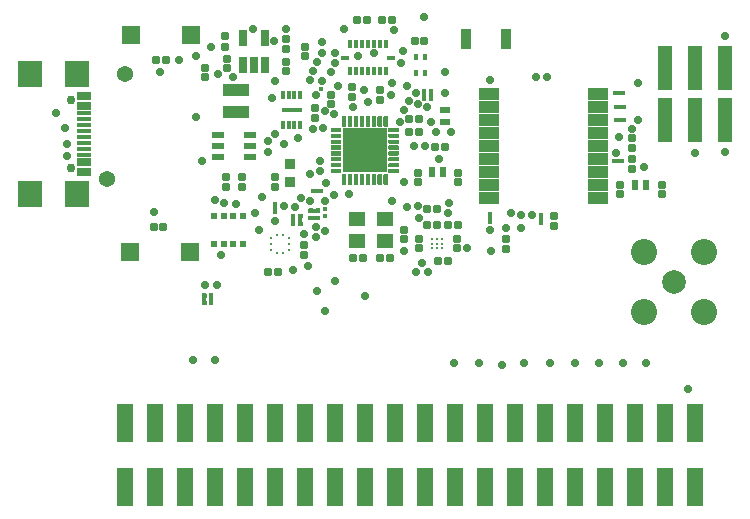
<source format=gts>
%FSTAX23Y23*%
%MOIN*%
%SFA1B1*%

%IPPOS*%
%AMD53*
4,1,8,0.006200,0.012600,-0.006200,0.012600,-0.013800,0.005000,-0.013800,-0.005000,-0.006200,-0.012600,0.006200,-0.012600,0.013800,-0.005000,0.013800,0.005000,0.006200,0.012600,0.0*
1,1,0.015268,0.006200,0.005000*
1,1,0.015268,-0.006200,0.005000*
1,1,0.015268,-0.006200,-0.005000*
1,1,0.015268,0.006200,-0.005000*
%
%AMD54*
4,1,8,-0.012600,0.006200,-0.012600,-0.006200,-0.005000,-0.013800,0.005000,-0.013800,0.012600,-0.006200,0.012600,0.006200,0.005000,0.013800,-0.005000,0.013800,-0.012600,0.006200,0.0*
1,1,0.015268,-0.005000,0.006200*
1,1,0.015268,-0.005000,-0.006200*
1,1,0.015268,0.005000,-0.006200*
1,1,0.015268,0.005000,0.006200*
%
%ADD23C,0.009000*%
%ADD28R,0.050000X0.145000*%
%ADD32R,0.038500X0.022000*%
%ADD34R,0.011000X0.010000*%
%ADD35R,0.010000X0.011000*%
%ADD49R,0.015528X0.039319*%
%ADD50R,0.039319X0.015528*%
%ADD51R,0.066992X0.039433*%
%ADD52R,0.024079X0.032740*%
G04~CAMADD=53~8~0.0~0.0~276.2~252.6~76.3~0.0~15~0.0~0.0~0.0~0.0~0~0.0~0.0~0.0~0.0~0~0.0~0.0~0.0~0.0~276.2~252.6*
%ADD53D53*%
G04~CAMADD=54~8~0.0~0.0~276.2~252.6~76.3~0.0~15~0.0~0.0~0.0~0.0~0~0.0~0.0~0.0~0.0~0~0.0~0.0~0.0~90.0~252.0~276.0*
%ADD54D54*%
%ADD55R,0.014000X0.014000*%
%ADD56C,0.017000*%
%ADD57R,0.014000X0.014000*%
%ADD58R,0.054000X0.129197*%
%ADD59R,0.035496X0.066992*%
%ADD60R,0.035496X0.035496*%
%ADD61R,0.055181X0.047307*%
%ADD62R,0.032740X0.024079*%
%ADD63R,0.015811X0.023685*%
%ADD64R,0.027228X0.017779*%
%ADD65R,0.017779X0.027228*%
%ADD66R,0.064000X0.064000*%
%ADD67R,0.015811X0.027622*%
%ADD68R,0.070929X0.015811*%
%ADD69R,0.019748X0.019748*%
%ADD70R,0.090614X0.043370*%
%ADD71R,0.049275X0.027622*%
%ADD72R,0.049275X0.015811*%
%ADD73R,0.082740X0.089827*%
%ADD74R,0.149606X0.149606*%
%ADD75R,0.027622X0.055968*%
%ADD76C,0.079000*%
%ADD77C,0.087000*%
%ADD78C,0.029590*%
%ADD79C,0.029000*%
%ADD80C,0.028000*%
%ADD81C,0.054000*%
%LNesp32c3phils-1*%
%LPD*%
G36*
X03533Y03763D02*
X03533Y03763D01*
X03533Y03763*
X03533Y03763*
X03532Y03764*
X03532Y03764*
X03532Y03764*
X03532Y03764*
X03532Y03764*
X03532Y03764*
X03532Y03764*
X03531Y03764*
X03531Y03764*
X03531Y03764*
X03531Y03765*
X03531Y03765*
X03531Y03765*
X03531Y03765*
X03531Y03765*
X03531Y03765*
X03531Y03765*
X0353Y03766*
X0353Y03766*
X0353Y03766*
X0353Y03766*
X0353Y03766*
Y03766*
Y03767*
Y03775*
Y03775*
Y03775*
X0353Y03775*
X0353Y03775*
X0353Y03775*
X0353Y03776*
X03531Y03776*
X03531Y03776*
X03531Y03776*
X03531Y03776*
X03531Y03776*
X03531Y03777*
X03531Y03777*
X03531Y03777*
X03531Y03777*
X03531Y03777*
X03532Y03777*
X03532Y03777*
X03532Y03777*
X03532Y03777*
X03532Y03778*
X03532Y03778*
X03532Y03778*
X03533Y03778*
X03533Y03778*
X03533Y03778*
X03533Y03778*
X03533Y03778*
X03563*
X03563Y03778*
X03564Y03778*
X03564Y03778*
X03564Y03778*
X03564Y03778*
X03564Y03778*
X03564Y03778*
X03565Y03777*
X03565Y03777*
X03565Y03777*
X03565Y03777*
X03565Y03777*
X03565Y03777*
X03565Y03777*
X03565Y03777*
X03566Y03777*
X03566Y03776*
X03566Y03776*
X03566Y03776*
X03566Y03776*
X03566Y03776*
X03566Y03776*
X03566Y03775*
X03566Y03775*
X03566Y03775*
X03566Y03775*
Y03775*
Y03775*
Y03767*
Y03766*
Y03766*
X03566Y03766*
X03566Y03766*
X03566Y03766*
X03566Y03766*
X03566Y03765*
X03566Y03765*
X03566Y03765*
X03566Y03765*
X03566Y03765*
X03566Y03765*
X03565Y03765*
X03565Y03764*
X03565Y03764*
X03565Y03764*
X03565Y03764*
X03565Y03764*
X03565Y03764*
X03565Y03764*
X03564Y03764*
X03564Y03764*
X03564Y03764*
X03564Y03763*
X03564Y03763*
X03564Y03763*
X03563Y03763*
X03563Y03763*
X03533*
X03533Y03763*
G37*
G36*
Y03783D02*
X03533Y03783D01*
X03533Y03783*
X03533Y03783*
X03532Y03783*
X03532Y03783*
X03532Y03783*
X03532Y03783*
X03532Y03784*
X03532Y03784*
X03532Y03784*
X03531Y03784*
X03531Y03784*
X03531Y03784*
X03531Y03784*
X03531Y03784*
X03531Y03785*
X03531Y03785*
X03531Y03785*
X03531Y03785*
X03531Y03785*
X0353Y03785*
X0353Y03785*
X0353Y03786*
X0353Y03786*
X0353Y03786*
Y03786*
Y03786*
Y03794*
Y03794*
Y03795*
X0353Y03795*
X0353Y03795*
X0353Y03795*
X0353Y03795*
X03531Y03795*
X03531Y03796*
X03531Y03796*
X03531Y03796*
X03531Y03796*
X03531Y03796*
X03531Y03796*
X03531Y03796*
X03531Y03797*
X03531Y03797*
X03532Y03797*
X03532Y03797*
X03532Y03797*
X03532Y03797*
X03532Y03797*
X03532Y03797*
X03532Y03797*
X03533Y03797*
X03533Y03797*
X03533Y03797*
X03533Y03798*
X03533Y03798*
X03563*
X03563Y03798*
X03564Y03797*
X03564Y03797*
X03564Y03797*
X03564Y03797*
X03564Y03797*
X03564Y03797*
X03565Y03797*
X03565Y03797*
X03565Y03797*
X03565Y03797*
X03565Y03797*
X03565Y03797*
X03565Y03796*
X03565Y03796*
X03566Y03796*
X03566Y03796*
X03566Y03796*
X03566Y03796*
X03566Y03796*
X03566Y03795*
X03566Y03795*
X03566Y03795*
X03566Y03795*
X03566Y03795*
X03566Y03795*
Y03794*
Y03794*
Y03786*
Y03786*
Y03786*
X03566Y03786*
X03566Y03786*
X03566Y03785*
X03566Y03785*
X03566Y03785*
X03566Y03785*
X03566Y03785*
X03566Y03785*
X03566Y03785*
X03566Y03784*
X03565Y03784*
X03565Y03784*
X03565Y03784*
X03565Y03784*
X03565Y03784*
X03565Y03784*
X03565Y03784*
X03565Y03783*
X03564Y03783*
X03564Y03783*
X03564Y03783*
X03564Y03783*
X03564Y03783*
X03564Y03783*
X03563Y03783*
X03563Y03783*
X03533*
X03533Y03783*
G37*
G36*
Y03822D02*
X03533Y03822D01*
X03533Y03822*
X03533Y03823*
X03532Y03823*
X03532Y03823*
X03532Y03823*
X03532Y03823*
X03532Y03823*
X03532Y03823*
X03532Y03823*
X03531Y03823*
X03531Y03823*
X03531Y03823*
X03531Y03824*
X03531Y03824*
X03531Y03824*
X03531Y03824*
X03531Y03824*
X03531Y03824*
X03531Y03825*
X0353Y03825*
X0353Y03825*
X0353Y03825*
X0353Y03825*
X0353Y03825*
Y03826*
Y03826*
Y03834*
Y03834*
Y03834*
X0353Y03834*
X0353Y03834*
X0353Y03835*
X0353Y03835*
X03531Y03835*
X03531Y03835*
X03531Y03835*
X03531Y03835*
X03531Y03835*
X03531Y03836*
X03531Y03836*
X03531Y03836*
X03531Y03836*
X03531Y03836*
X03532Y03836*
X03532Y03836*
X03532Y03836*
X03532Y03837*
X03532Y03837*
X03532Y03837*
X03532Y03837*
X03533Y03837*
X03533Y03837*
X03533Y03837*
X03533Y03837*
X03533Y03837*
X03563*
X03563Y03837*
X03564Y03837*
X03564Y03837*
X03564Y03837*
X03564Y03837*
X03564Y03837*
X03564Y03837*
X03565Y03837*
X03565Y03836*
X03565Y03836*
X03565Y03836*
X03565Y03836*
X03565Y03836*
X03565Y03836*
X03565Y03836*
X03566Y03836*
X03566Y03835*
X03566Y03835*
X03566Y03835*
X03566Y03835*
X03566Y03835*
X03566Y03835*
X03566Y03835*
X03566Y03834*
X03566Y03834*
X03566Y03834*
Y03834*
Y03834*
Y03826*
Y03826*
Y03825*
X03566Y03825*
X03566Y03825*
X03566Y03825*
X03566Y03825*
X03566Y03825*
X03566Y03824*
X03566Y03824*
X03566Y03824*
X03566Y03824*
X03566Y03824*
X03565Y03824*
X03565Y03823*
X03565Y03823*
X03565Y03823*
X03565Y03823*
X03565Y03823*
X03565Y03823*
X03565Y03823*
X03564Y03823*
X03564Y03823*
X03564Y03823*
X03564Y03823*
X03564Y03822*
X03564Y03822*
X03563Y03822*
X03563Y03822*
X03533*
X03533Y03822*
G37*
G36*
Y03803D02*
X03533Y03803D01*
X03533Y03803*
X03533Y03803*
X03532Y03803*
X03532Y03803*
X03532Y03803*
X03532Y03803*
X03532Y03803*
X03532Y03803*
X03532Y03803*
X03531Y03804*
X03531Y03804*
X03531Y03804*
X03531Y03804*
X03531Y03804*
X03531Y03804*
X03531Y03804*
X03531Y03805*
X03531Y03805*
X03531Y03805*
X0353Y03805*
X0353Y03805*
X0353Y03805*
X0353Y03805*
X0353Y03806*
Y03806*
Y03806*
Y03814*
Y03814*
Y03814*
X0353Y03814*
X0353Y03815*
X0353Y03815*
X0353Y03815*
X03531Y03815*
X03531Y03815*
X03531Y03815*
X03531Y03816*
X03531Y03816*
X03531Y03816*
X03531Y03816*
X03531Y03816*
X03531Y03816*
X03531Y03816*
X03532Y03817*
X03532Y03817*
X03532Y03817*
X03532Y03817*
X03532Y03817*
X03532Y03817*
X03532Y03817*
X03533Y03817*
X03533Y03817*
X03533Y03817*
X03533Y03817*
X03533Y03817*
X03563*
X03563Y03817*
X03564Y03817*
X03564Y03817*
X03564Y03817*
X03564Y03817*
X03564Y03817*
X03564Y03817*
X03565Y03817*
X03565Y03817*
X03565Y03817*
X03565Y03817*
X03565Y03816*
X03565Y03816*
X03565Y03816*
X03565Y03816*
X03566Y03816*
X03566Y03816*
X03566Y03816*
X03566Y03815*
X03566Y03815*
X03566Y03815*
X03566Y03815*
X03566Y03815*
X03566Y03815*
X03566Y03814*
X03566Y03814*
Y03814*
Y03814*
Y03806*
Y03806*
Y03806*
X03566Y03805*
X03566Y03805*
X03566Y03805*
X03566Y03805*
X03566Y03805*
X03566Y03805*
X03566Y03805*
X03566Y03804*
X03566Y03804*
X03566Y03804*
X03565Y03804*
X03565Y03804*
X03565Y03804*
X03565Y03804*
X03565Y03803*
X03565Y03803*
X03565Y03803*
X03565Y03803*
X03564Y03803*
X03564Y03803*
X03564Y03803*
X03564Y03803*
X03564Y03803*
X03564Y03803*
X03563Y03803*
X03563Y03803*
X03533*
X03533Y03803*
G37*
G36*
X03571Y03725D02*
X03571Y03725D01*
X03571Y03725*
X03571Y03725*
X0357Y03726*
X0357Y03726*
X0357Y03726*
X0357Y03726*
X0357Y03726*
X0357Y03726*
X0357Y03726*
X03569Y03726*
X03569Y03726*
X03569Y03726*
X03569Y03727*
X03569Y03727*
X03569Y03727*
X03569Y03727*
X03569Y03727*
X03569Y03727*
X03569Y03727*
X03568Y03728*
X03568Y03728*
X03568Y03728*
X03568Y03728*
X03568Y03728*
Y03728*
Y03729*
Y03758*
Y03758*
Y03758*
X03568Y03758*
X03568Y03759*
X03568Y03759*
X03568Y03759*
X03569Y03759*
X03569Y03759*
X03569Y03759*
X03569Y0376*
X03569Y0376*
X03569Y0376*
X03569Y0376*
X03569Y0376*
X03569Y0376*
X03569Y0376*
X0357Y0376*
X0357Y03761*
X0357Y03761*
X0357Y03761*
X0357Y03761*
X0357Y03761*
X0357Y03761*
X03571Y03761*
X03571Y03761*
X03571Y03761*
X03571Y03761*
X03571Y03761*
X0358*
X0358Y03761*
X0358Y03761*
X0358Y03761*
X03581Y03761*
X03581Y03761*
X03581Y03761*
X03581Y03761*
X03581Y03761*
X03581Y03761*
X03582Y03761*
X03582Y0376*
X03582Y0376*
X03582Y0376*
X03582Y0376*
X03582Y0376*
X03582Y0376*
X03582Y0376*
X03582Y0376*
X03583Y03759*
X03583Y03759*
X03583Y03759*
X03583Y03759*
X03583Y03759*
X03583Y03759*
X03583Y03758*
X03583Y03758*
Y03758*
Y03758*
Y03729*
Y03728*
Y03728*
X03583Y03728*
X03583Y03728*
X03583Y03728*
X03583Y03728*
X03583Y03727*
X03583Y03727*
X03583Y03727*
X03582Y03727*
X03582Y03727*
X03582Y03727*
X03582Y03727*
X03582Y03726*
X03582Y03726*
X03582Y03726*
X03582Y03726*
X03582Y03726*
X03581Y03726*
X03581Y03726*
X03581Y03726*
X03581Y03726*
X03581Y03726*
X03581Y03725*
X0358Y03725*
X0358Y03725*
X0358Y03725*
X0358Y03725*
X03571*
X03571Y03725*
G37*
G36*
X03591D02*
X03591Y03725D01*
X0359Y03725*
X0359Y03725*
X0359Y03726*
X0359Y03726*
X0359Y03726*
X0359Y03726*
X0359Y03726*
X03589Y03726*
X03589Y03726*
X03589Y03726*
X03589Y03726*
X03589Y03726*
X03589Y03727*
X03589Y03727*
X03589Y03727*
X03588Y03727*
X03588Y03727*
X03588Y03727*
X03588Y03727*
X03588Y03728*
X03588Y03728*
X03588Y03728*
X03588Y03728*
X03588Y03728*
Y03728*
Y03729*
Y03758*
Y03758*
Y03758*
X03588Y03758*
X03588Y03759*
X03588Y03759*
X03588Y03759*
X03588Y03759*
X03588Y03759*
X03588Y03759*
X03588Y0376*
X03589Y0376*
X03589Y0376*
X03589Y0376*
X03589Y0376*
X03589Y0376*
X03589Y0376*
X03589Y0376*
X03589Y03761*
X0359Y03761*
X0359Y03761*
X0359Y03761*
X0359Y03761*
X0359Y03761*
X0359Y03761*
X0359Y03761*
X03591Y03761*
X03591Y03761*
X03591Y03761*
X036*
X036Y03761*
X036Y03761*
X036Y03761*
X036Y03761*
X036Y03761*
X03601Y03761*
X03601Y03761*
X03601Y03761*
X03601Y03761*
X03601Y03761*
X03601Y0376*
X03601Y0376*
X03602Y0376*
X03602Y0376*
X03602Y0376*
X03602Y0376*
X03602Y0376*
X03602Y0376*
X03602Y03759*
X03602Y03759*
X03602Y03759*
X03602Y03759*
X03602Y03759*
X03602Y03759*
X03603Y03758*
X03603Y03758*
Y03758*
Y03758*
Y03729*
Y03728*
Y03728*
X03603Y03728*
X03602Y03728*
X03602Y03728*
X03602Y03728*
X03602Y03727*
X03602Y03727*
X03602Y03727*
X03602Y03727*
X03602Y03727*
X03602Y03727*
X03602Y03727*
X03602Y03726*
X03602Y03726*
X03601Y03726*
X03601Y03726*
X03601Y03726*
X03601Y03726*
X03601Y03726*
X03601Y03726*
X03601Y03726*
X036Y03726*
X036Y03725*
X036Y03725*
X036Y03725*
X036Y03725*
X036Y03725*
X03591*
X03591Y03725*
G37*
G36*
X0363D02*
X0363Y03725D01*
X0363Y03725*
X0363Y03725*
X0363Y03726*
X03629Y03726*
X03629Y03726*
X03629Y03726*
X03629Y03726*
X03629Y03726*
X03629Y03726*
X03628Y03726*
X03628Y03726*
X03628Y03726*
X03628Y03727*
X03628Y03727*
X03628Y03727*
X03628Y03727*
X03628Y03727*
X03628Y03727*
X03628Y03727*
X03628Y03728*
X03627Y03728*
X03627Y03728*
X03627Y03728*
X03627Y03728*
Y03728*
Y03729*
Y03758*
Y03758*
Y03758*
X03627Y03758*
X03627Y03759*
X03627Y03759*
X03628Y03759*
X03628Y03759*
X03628Y03759*
X03628Y03759*
X03628Y0376*
X03628Y0376*
X03628Y0376*
X03628Y0376*
X03628Y0376*
X03628Y0376*
X03628Y0376*
X03629Y0376*
X03629Y03761*
X03629Y03761*
X03629Y03761*
X03629Y03761*
X03629Y03761*
X0363Y03761*
X0363Y03761*
X0363Y03761*
X0363Y03761*
X0363Y03761*
X0363Y03761*
X03639*
X03639Y03761*
X03639Y03761*
X0364Y03761*
X0364Y03761*
X0364Y03761*
X0364Y03761*
X0364Y03761*
X0364Y03761*
X0364Y03761*
X03641Y03761*
X03641Y0376*
X03641Y0376*
X03641Y0376*
X03641Y0376*
X03641Y0376*
X03641Y0376*
X03641Y0376*
X03642Y0376*
X03642Y03759*
X03642Y03759*
X03642Y03759*
X03642Y03759*
X03642Y03759*
X03642Y03759*
X03642Y03758*
X03642Y03758*
Y03758*
Y03758*
Y03729*
Y03728*
Y03728*
X03642Y03728*
X03642Y03728*
X03642Y03728*
X03642Y03728*
X03642Y03727*
X03642Y03727*
X03642Y03727*
X03642Y03727*
X03641Y03727*
X03641Y03727*
X03641Y03727*
X03641Y03726*
X03641Y03726*
X03641Y03726*
X03641Y03726*
X03641Y03726*
X0364Y03726*
X0364Y03726*
X0364Y03726*
X0364Y03726*
X0364Y03726*
X0364Y03725*
X0364Y03725*
X03639Y03725*
X03639Y03725*
X03639Y03725*
X0363*
X0363Y03725*
G37*
G36*
X0361D02*
X0361Y03725D01*
X0361Y03725*
X0361Y03725*
X0361Y03726*
X0361Y03726*
X0361Y03726*
X03609Y03726*
X03609Y03726*
X03609Y03726*
X03609Y03726*
X03609Y03726*
X03609Y03726*
X03609Y03726*
X03608Y03727*
X03608Y03727*
X03608Y03727*
X03608Y03727*
X03608Y03727*
X03608Y03727*
X03608Y03727*
X03608Y03728*
X03608Y03728*
X03608Y03728*
X03608Y03728*
X03608Y03728*
Y03728*
Y03729*
Y03758*
Y03758*
Y03758*
X03608Y03758*
X03608Y03759*
X03608Y03759*
X03608Y03759*
X03608Y03759*
X03608Y03759*
X03608Y03759*
X03608Y0376*
X03608Y0376*
X03608Y0376*
X03608Y0376*
X03609Y0376*
X03609Y0376*
X03609Y0376*
X03609Y0376*
X03609Y03761*
X03609Y03761*
X03609Y03761*
X0361Y03761*
X0361Y03761*
X0361Y03761*
X0361Y03761*
X0361Y03761*
X0361Y03761*
X0361Y03761*
X03611Y03761*
X03619*
X03619Y03761*
X0362Y03761*
X0362Y03761*
X0362Y03761*
X0362Y03761*
X0362Y03761*
X0362Y03761*
X03621Y03761*
X03621Y03761*
X03621Y03761*
X03621Y0376*
X03621Y0376*
X03621Y0376*
X03621Y0376*
X03622Y0376*
X03622Y0376*
X03622Y0376*
X03622Y0376*
X03622Y03759*
X03622Y03759*
X03622Y03759*
X03622Y03759*
X03622Y03759*
X03622Y03759*
X03622Y03758*
X03622Y03758*
Y03758*
Y03758*
Y03729*
Y03728*
Y03728*
X03622Y03728*
X03622Y03728*
X03622Y03728*
X03622Y03728*
X03622Y03727*
X03622Y03727*
X03622Y03727*
X03622Y03727*
X03622Y03727*
X03622Y03727*
X03622Y03727*
X03621Y03726*
X03621Y03726*
X03621Y03726*
X03621Y03726*
X03621Y03726*
X03621Y03726*
X03621Y03726*
X0362Y03726*
X0362Y03726*
X0362Y03726*
X0362Y03725*
X0362Y03725*
X0362Y03725*
X03619Y03725*
X03619Y03725*
X03611*
X0361Y03725*
G37*
G36*
X03533Y03842D02*
X03533Y03842D01*
X03533Y03842*
X03533Y03842*
X03532Y03842*
X03532Y03842*
X03532Y03842*
X03532Y03842*
X03532Y03843*
X03532Y03843*
X03532Y03843*
X03531Y03843*
X03531Y03843*
X03531Y03843*
X03531Y03843*
X03531Y03843*
X03531Y03844*
X03531Y03844*
X03531Y03844*
X03531Y03844*
X03531Y03844*
X0353Y03844*
X0353Y03845*
X0353Y03845*
X0353Y03845*
X0353Y03845*
Y03845*
Y03845*
Y03853*
Y03853*
Y03854*
X0353Y03854*
X0353Y03854*
X0353Y03854*
X0353Y03854*
X03531Y03855*
X03531Y03855*
X03531Y03855*
X03531Y03855*
X03531Y03855*
X03531Y03855*
X03531Y03855*
X03531Y03856*
X03531Y03856*
X03531Y03856*
X03532Y03856*
X03532Y03856*
X03532Y03856*
X03532Y03856*
X03532Y03856*
X03532Y03856*
X03532Y03856*
X03533Y03856*
X03533Y03857*
X03533Y03857*
X03533Y03857*
X03533Y03857*
X03563*
X03563Y03857*
X03564Y03857*
X03564Y03857*
X03564Y03856*
X03564Y03856*
X03564Y03856*
X03564Y03856*
X03565Y03856*
X03565Y03856*
X03565Y03856*
X03565Y03856*
X03565Y03856*
X03565Y03856*
X03565Y03856*
X03565Y03855*
X03566Y03855*
X03566Y03855*
X03566Y03855*
X03566Y03855*
X03566Y03855*
X03566Y03855*
X03566Y03854*
X03566Y03854*
X03566Y03854*
X03566Y03854*
X03566Y03854*
Y03853*
Y03853*
Y03845*
Y03845*
Y03845*
X03566Y03845*
X03566Y03845*
X03566Y03845*
X03566Y03844*
X03566Y03844*
X03566Y03844*
X03566Y03844*
X03566Y03844*
X03566Y03844*
X03566Y03843*
X03565Y03843*
X03565Y03843*
X03565Y03843*
X03565Y03843*
X03565Y03843*
X03565Y03843*
X03565Y03843*
X03565Y03842*
X03564Y03842*
X03564Y03842*
X03564Y03842*
X03564Y03842*
X03564Y03842*
X03564Y03842*
X03563Y03842*
X03563Y03842*
X03533*
X03533Y03842*
G37*
G36*
Y03862D02*
X03533Y03862D01*
X03533Y03862*
X03533Y03862*
X03532Y03862*
X03532Y03862*
X03532Y03862*
X03532Y03862*
X03532Y03862*
X03532Y03862*
X03532Y03862*
X03531Y03863*
X03531Y03863*
X03531Y03863*
X03531Y03863*
X03531Y03863*
X03531Y03863*
X03531Y03863*
X03531Y03864*
X03531Y03864*
X03531Y03864*
X0353Y03864*
X0353Y03864*
X0353Y03864*
X0353Y03865*
X0353Y03865*
Y03865*
Y03865*
Y03873*
Y03873*
Y03873*
X0353Y03874*
X0353Y03874*
X0353Y03874*
X0353Y03874*
X03531Y03874*
X03531Y03874*
X03531Y03875*
X03531Y03875*
X03531Y03875*
X03531Y03875*
X03531Y03875*
X03531Y03875*
X03531Y03875*
X03531Y03875*
X03532Y03876*
X03532Y03876*
X03532Y03876*
X03532Y03876*
X03532Y03876*
X03532Y03876*
X03532Y03876*
X03533Y03876*
X03533Y03876*
X03533Y03876*
X03533Y03876*
X03533Y03876*
X03563*
X03563Y03876*
X03564Y03876*
X03564Y03876*
X03564Y03876*
X03564Y03876*
X03564Y03876*
X03564Y03876*
X03565Y03876*
X03565Y03876*
X03565Y03876*
X03565Y03876*
X03565Y03875*
X03565Y03875*
X03565Y03875*
X03565Y03875*
X03566Y03875*
X03566Y03875*
X03566Y03875*
X03566Y03875*
X03566Y03874*
X03566Y03874*
X03566Y03874*
X03566Y03874*
X03566Y03874*
X03566Y03874*
X03566Y03873*
Y03873*
Y03873*
Y03865*
Y03865*
Y03865*
X03566Y03865*
X03566Y03864*
X03566Y03864*
X03566Y03864*
X03566Y03864*
X03566Y03864*
X03566Y03864*
X03566Y03863*
X03566Y03863*
X03566Y03863*
X03565Y03863*
X03565Y03863*
X03565Y03863*
X03565Y03863*
X03565Y03862*
X03565Y03862*
X03565Y03862*
X03565Y03862*
X03564Y03862*
X03564Y03862*
X03564Y03862*
X03564Y03862*
X03564Y03862*
X03564Y03862*
X03563Y03862*
X03563Y03862*
X03533*
X03533Y03862*
G37*
G36*
Y03881D02*
X03533Y03882D01*
X03533Y03882*
X03533Y03882*
X03532Y03882*
X03532Y03882*
X03532Y03882*
X03532Y03882*
X03532Y03882*
X03532Y03882*
X03532Y03882*
X03531Y03882*
X03531Y03882*
X03531Y03883*
X03531Y03883*
X03531Y03883*
X03531Y03883*
X03531Y03883*
X03531Y03883*
X03531Y03883*
X03531Y03884*
X0353Y03884*
X0353Y03884*
X0353Y03884*
X0353Y03884*
X0353Y03884*
Y03885*
Y03885*
Y03893*
Y03893*
Y03893*
X0353Y03893*
X0353Y03893*
X0353Y03894*
X0353Y03894*
X03531Y03894*
X03531Y03894*
X03531Y03894*
X03531Y03894*
X03531Y03895*
X03531Y03895*
X03531Y03895*
X03531Y03895*
X03531Y03895*
X03531Y03895*
X03532Y03895*
X03532Y03895*
X03532Y03895*
X03532Y03896*
X03532Y03896*
X03532Y03896*
X03532Y03896*
X03533Y03896*
X03533Y03896*
X03533Y03896*
X03533Y03896*
X03533Y03896*
X03563*
X03563Y03896*
X03564Y03896*
X03564Y03896*
X03564Y03896*
X03564Y03896*
X03564Y03896*
X03564Y03896*
X03565Y03896*
X03565Y03895*
X03565Y03895*
X03565Y03895*
X03565Y03895*
X03565Y03895*
X03565Y03895*
X03565Y03895*
X03566Y03895*
X03566Y03895*
X03566Y03894*
X03566Y03894*
X03566Y03894*
X03566Y03894*
X03566Y03894*
X03566Y03894*
X03566Y03893*
X03566Y03893*
X03566Y03893*
Y03893*
Y03893*
Y03885*
Y03885*
Y03884*
X03566Y03884*
X03566Y03884*
X03566Y03884*
X03566Y03884*
X03566Y03884*
X03566Y03883*
X03566Y03883*
X03566Y03883*
X03566Y03883*
X03566Y03883*
X03565Y03883*
X03565Y03883*
X03565Y03882*
X03565Y03882*
X03565Y03882*
X03565Y03882*
X03565Y03882*
X03565Y03882*
X03564Y03882*
X03564Y03882*
X03564Y03882*
X03564Y03882*
X03564Y03882*
X03564Y03882*
X03563Y03881*
X03563Y03881*
X03533*
X03533Y03881*
G37*
G36*
Y03901D02*
X03533Y03901D01*
X03533Y03901*
X03533Y03901*
X03532Y03901*
X03532Y03901*
X03532Y03901*
X03532Y03902*
X03532Y03902*
X03532Y03902*
X03532Y03902*
X03531Y03902*
X03531Y03902*
X03531Y03902*
X03531Y03902*
X03531Y03902*
X03531Y03903*
X03531Y03903*
X03531Y03903*
X03531Y03903*
X03531Y03903*
X0353Y03903*
X0353Y03904*
X0353Y03904*
X0353Y03904*
X0353Y03904*
Y03904*
Y03904*
Y03912*
Y03913*
Y03913*
X0353Y03913*
X0353Y03913*
X0353Y03913*
X0353Y03913*
X03531Y03914*
X03531Y03914*
X03531Y03914*
X03531Y03914*
X03531Y03914*
X03531Y03914*
X03531Y03914*
X03531Y03915*
X03531Y03915*
X03531Y03915*
X03532Y03915*
X03532Y03915*
X03532Y03915*
X03532Y03915*
X03532Y03915*
X03532Y03915*
X03532Y03915*
X03533Y03916*
X03533Y03916*
X03533Y03916*
X03533Y03916*
X03533Y03916*
X03563*
X03563Y03916*
X03564Y03916*
X03564Y03916*
X03564Y03916*
X03564Y03915*
X03564Y03915*
X03564Y03915*
X03565Y03915*
X03565Y03915*
X03565Y03915*
X03565Y03915*
X03565Y03915*
X03565Y03915*
X03565Y03915*
X03565Y03914*
X03566Y03914*
X03566Y03914*
X03566Y03914*
X03566Y03914*
X03566Y03914*
X03566Y03914*
X03566Y03913*
X03566Y03913*
X03566Y03913*
X03566Y03913*
X03566Y03913*
Y03913*
Y03912*
Y03904*
Y03904*
Y03904*
X03566Y03904*
X03566Y03904*
X03566Y03904*
X03566Y03903*
X03566Y03903*
X03566Y03903*
X03566Y03903*
X03566Y03903*
X03566Y03903*
X03566Y03902*
X03565Y03902*
X03565Y03902*
X03565Y03902*
X03565Y03902*
X03565Y03902*
X03565Y03902*
X03565Y03902*
X03565Y03902*
X03564Y03901*
X03564Y03901*
X03564Y03901*
X03564Y03901*
X03564Y03901*
X03564Y03901*
X03563Y03901*
X03563Y03901*
X03533*
X03533Y03901*
G37*
G36*
X03571Y03918D02*
X03571Y03918D01*
X03571Y03918*
X03571Y03918*
X0357Y03918*
X0357Y03918*
X0357Y03918*
X0357Y03918*
X0357Y03918*
X0357Y03918*
X0357Y03919*
X03569Y03919*
X03569Y03919*
X03569Y03919*
X03569Y03919*
X03569Y03919*
X03569Y03919*
X03569Y0392*
X03569Y0392*
X03569Y0392*
X03569Y0392*
X03568Y0392*
X03568Y0392*
X03568Y0392*
X03568Y03921*
X03568Y03921*
Y03921*
Y03921*
Y0395*
Y03951*
Y03951*
X03568Y03951*
X03568Y03951*
X03568Y03951*
X03568Y03951*
X03569Y03952*
X03569Y03952*
X03569Y03952*
X03569Y03952*
X03569Y03952*
X03569Y03952*
X03569Y03952*
X03569Y03953*
X03569Y03953*
X03569Y03953*
X0357Y03953*
X0357Y03953*
X0357Y03953*
X0357Y03953*
X0357Y03953*
X0357Y03953*
X0357Y03953*
X03571Y03954*
X03571Y03954*
X03571Y03954*
X03571Y03954*
X03571Y03954*
X0358*
X0358Y03954*
X0358Y03954*
X0358Y03954*
X03581Y03954*
X03581Y03953*
X03581Y03953*
X03581Y03953*
X03581Y03953*
X03581Y03953*
X03582Y03953*
X03582Y03953*
X03582Y03953*
X03582Y03953*
X03582Y03953*
X03582Y03952*
X03582Y03952*
X03582Y03952*
X03582Y03952*
X03583Y03952*
X03583Y03952*
X03583Y03952*
X03583Y03951*
X03583Y03951*
X03583Y03951*
X03583Y03951*
X03583Y03951*
Y03951*
Y0395*
Y03921*
Y03921*
Y03921*
X03583Y03921*
X03583Y0392*
X03583Y0392*
X03583Y0392*
X03583Y0392*
X03583Y0392*
X03583Y0392*
X03582Y0392*
X03582Y03919*
X03582Y03919*
X03582Y03919*
X03582Y03919*
X03582Y03919*
X03582Y03919*
X03582Y03919*
X03582Y03918*
X03581Y03918*
X03581Y03918*
X03581Y03918*
X03581Y03918*
X03581Y03918*
X03581Y03918*
X0358Y03918*
X0358Y03918*
X0358Y03918*
X0358Y03918*
X03571*
X03571Y03918*
G37*
G36*
X03591D02*
X03591Y03918D01*
X0359Y03918*
X0359Y03918*
X0359Y03918*
X0359Y03918*
X0359Y03918*
X0359Y03918*
X0359Y03918*
X03589Y03918*
X03589Y03919*
X03589Y03919*
X03589Y03919*
X03589Y03919*
X03589Y03919*
X03589Y03919*
X03589Y03919*
X03588Y0392*
X03588Y0392*
X03588Y0392*
X03588Y0392*
X03588Y0392*
X03588Y0392*
X03588Y0392*
X03588Y03921*
X03588Y03921*
Y03921*
Y03921*
Y0395*
Y03951*
Y03951*
X03588Y03951*
X03588Y03951*
X03588Y03951*
X03588Y03951*
X03588Y03952*
X03588Y03952*
X03588Y03952*
X03588Y03952*
X03589Y03952*
X03589Y03952*
X03589Y03952*
X03589Y03953*
X03589Y03953*
X03589Y03953*
X03589Y03953*
X03589Y03953*
X0359Y03953*
X0359Y03953*
X0359Y03953*
X0359Y03953*
X0359Y03953*
X0359Y03954*
X0359Y03954*
X03591Y03954*
X03591Y03954*
X03591Y03954*
X036*
X036Y03954*
X036Y03954*
X036Y03954*
X036Y03954*
X036Y03953*
X03601Y03953*
X03601Y03953*
X03601Y03953*
X03601Y03953*
X03601Y03953*
X03601Y03953*
X03601Y03953*
X03602Y03953*
X03602Y03953*
X03602Y03952*
X03602Y03952*
X03602Y03952*
X03602Y03952*
X03602Y03952*
X03602Y03952*
X03602Y03952*
X03602Y03951*
X03602Y03951*
X03602Y03951*
X03603Y03951*
X03603Y03951*
Y03951*
Y0395*
Y03921*
Y03921*
Y03921*
X03603Y03921*
X03602Y0392*
X03602Y0392*
X03602Y0392*
X03602Y0392*
X03602Y0392*
X03602Y0392*
X03602Y0392*
X03602Y03919*
X03602Y03919*
X03602Y03919*
X03602Y03919*
X03602Y03919*
X03601Y03919*
X03601Y03919*
X03601Y03918*
X03601Y03918*
X03601Y03918*
X03601Y03918*
X03601Y03918*
X036Y03918*
X036Y03918*
X036Y03918*
X036Y03918*
X036Y03918*
X036Y03918*
X03591*
X03591Y03918*
G37*
G36*
X0361D02*
X0361Y03918D01*
X0361Y03918*
X0361Y03918*
X0361Y03918*
X0361Y03918*
X0361Y03918*
X03609Y03918*
X03609Y03918*
X03609Y03918*
X03609Y03919*
X03609Y03919*
X03609Y03919*
X03609Y03919*
X03608Y03919*
X03608Y03919*
X03608Y03919*
X03608Y0392*
X03608Y0392*
X03608Y0392*
X03608Y0392*
X03608Y0392*
X03608Y0392*
X03608Y0392*
X03608Y03921*
X03608Y03921*
Y03921*
Y03921*
Y0395*
Y03951*
Y03951*
X03608Y03951*
X03608Y03951*
X03608Y03951*
X03608Y03951*
X03608Y03952*
X03608Y03952*
X03608Y03952*
X03608Y03952*
X03608Y03952*
X03608Y03952*
X03608Y03952*
X03609Y03953*
X03609Y03953*
X03609Y03953*
X03609Y03953*
X03609Y03953*
X03609Y03953*
X03609Y03953*
X0361Y03953*
X0361Y03953*
X0361Y03953*
X0361Y03954*
X0361Y03954*
X0361Y03954*
X0361Y03954*
X03611Y03954*
X03619*
X03619Y03954*
X0362Y03954*
X0362Y03954*
X0362Y03954*
X0362Y03953*
X0362Y03953*
X0362Y03953*
X03621Y03953*
X03621Y03953*
X03621Y03953*
X03621Y03953*
X03621Y03953*
X03621Y03953*
X03621Y03953*
X03622Y03952*
X03622Y03952*
X03622Y03952*
X03622Y03952*
X03622Y03952*
X03622Y03952*
X03622Y03952*
X03622Y03951*
X03622Y03951*
X03622Y03951*
X03622Y03951*
X03622Y03951*
Y03951*
Y0395*
Y03921*
Y03921*
Y03921*
X03622Y03921*
X03622Y0392*
X03622Y0392*
X03622Y0392*
X03622Y0392*
X03622Y0392*
X03622Y0392*
X03622Y0392*
X03622Y03919*
X03622Y03919*
X03622Y03919*
X03621Y03919*
X03621Y03919*
X03621Y03919*
X03621Y03919*
X03621Y03918*
X03621Y03918*
X03621Y03918*
X0362Y03918*
X0362Y03918*
X0362Y03918*
X0362Y03918*
X0362Y03918*
X0362Y03918*
X03619Y03918*
X03619Y03918*
X03611*
X0361Y03918*
G37*
G36*
X0363D02*
X0363Y03918D01*
X0363Y03918*
X0363Y03918*
X0363Y03918*
X03629Y03918*
X03629Y03918*
X03629Y03918*
X03629Y03918*
X03629Y03918*
X03629Y03919*
X03628Y03919*
X03628Y03919*
X03628Y03919*
X03628Y03919*
X03628Y03919*
X03628Y03919*
X03628Y0392*
X03628Y0392*
X03628Y0392*
X03628Y0392*
X03628Y0392*
X03627Y0392*
X03627Y0392*
X03627Y03921*
X03627Y03921*
Y03921*
Y03921*
Y0395*
Y03951*
Y03951*
X03627Y03951*
X03627Y03951*
X03627Y03951*
X03628Y03951*
X03628Y03952*
X03628Y03952*
X03628Y03952*
X03628Y03952*
X03628Y03952*
X03628Y03952*
X03628Y03952*
X03628Y03953*
X03628Y03953*
X03628Y03953*
X03629Y03953*
X03629Y03953*
X03629Y03953*
X03629Y03953*
X03629Y03953*
X03629Y03953*
X0363Y03953*
X0363Y03954*
X0363Y03954*
X0363Y03954*
X0363Y03954*
X0363Y03954*
X03639*
X03639Y03954*
X03639Y03954*
X0364Y03954*
X0364Y03954*
X0364Y03953*
X0364Y03953*
X0364Y03953*
X0364Y03953*
X0364Y03953*
X03641Y03953*
X03641Y03953*
X03641Y03953*
X03641Y03953*
X03641Y03953*
X03641Y03952*
X03641Y03952*
X03641Y03952*
X03642Y03952*
X03642Y03952*
X03642Y03952*
X03642Y03952*
X03642Y03951*
X03642Y03951*
X03642Y03951*
X03642Y03951*
X03642Y03951*
Y03951*
Y0395*
Y03921*
Y03921*
Y03921*
X03642Y03921*
X03642Y0392*
X03642Y0392*
X03642Y0392*
X03642Y0392*
X03642Y0392*
X03642Y0392*
X03642Y0392*
X03641Y03919*
X03641Y03919*
X03641Y03919*
X03641Y03919*
X03641Y03919*
X03641Y03919*
X03641Y03919*
X03641Y03918*
X0364Y03918*
X0364Y03918*
X0364Y03918*
X0364Y03918*
X0364Y03918*
X0364Y03918*
X0364Y03918*
X03639Y03918*
X03639Y03918*
X03639Y03918*
X0363*
X0363Y03918*
G37*
G36*
X0365Y03725D02*
X0365Y03725D01*
X0365Y03725*
X03649Y03725*
X03649Y03726*
X03649Y03726*
X03649Y03726*
X03649Y03726*
X03649Y03726*
X03648Y03726*
X03648Y03726*
X03648Y03726*
X03648Y03726*
X03648Y03726*
X03648Y03727*
X03648Y03727*
X03648Y03727*
X03647Y03727*
X03647Y03727*
X03647Y03727*
X03647Y03727*
X03647Y03728*
X03647Y03728*
X03647Y03728*
X03647Y03728*
X03647Y03728*
Y03728*
Y03729*
Y03758*
Y03758*
Y03758*
X03647Y03758*
X03647Y03759*
X03647Y03759*
X03647Y03759*
X03647Y03759*
X03647Y03759*
X03647Y03759*
X03647Y0376*
X03648Y0376*
X03648Y0376*
X03648Y0376*
X03648Y0376*
X03648Y0376*
X03648Y0376*
X03648Y0376*
X03648Y03761*
X03649Y03761*
X03649Y03761*
X03649Y03761*
X03649Y03761*
X03649Y03761*
X03649Y03761*
X0365Y03761*
X0365Y03761*
X0365Y03761*
X0365Y03761*
X03659*
X03659Y03761*
X03659Y03761*
X03659Y03761*
X03659Y03761*
X0366Y03761*
X0366Y03761*
X0366Y03761*
X0366Y03761*
X0366Y03761*
X0366Y03761*
X0366Y0376*
X03661Y0376*
X03661Y0376*
X03661Y0376*
X03661Y0376*
X03661Y0376*
X03661Y0376*
X03661Y0376*
X03661Y03759*
X03661Y03759*
X03661Y03759*
X03661Y03759*
X03662Y03759*
X03662Y03759*
X03662Y03758*
X03662Y03758*
Y03758*
Y03758*
Y03729*
Y03728*
Y03728*
X03662Y03728*
X03662Y03728*
X03662Y03728*
X03661Y03728*
X03661Y03727*
X03661Y03727*
X03661Y03727*
X03661Y03727*
X03661Y03727*
X03661Y03727*
X03661Y03727*
X03661Y03726*
X03661Y03726*
X03661Y03726*
X0366Y03726*
X0366Y03726*
X0366Y03726*
X0366Y03726*
X0366Y03726*
X0366Y03726*
X0366Y03726*
X03659Y03725*
X03659Y03725*
X03659Y03725*
X03659Y03725*
X03659Y03725*
X0365*
X0365Y03725*
G37*
G36*
X0367D02*
X03669Y03725D01*
X03669Y03725*
X03669Y03725*
X03669Y03726*
X03669Y03726*
X03669Y03726*
X03668Y03726*
X03668Y03726*
X03668Y03726*
X03668Y03726*
X03668Y03726*
X03668Y03726*
X03668Y03726*
X03667Y03727*
X03667Y03727*
X03667Y03727*
X03667Y03727*
X03667Y03727*
X03667Y03727*
X03667Y03727*
X03667Y03728*
X03667Y03728*
X03667Y03728*
X03667Y03728*
X03667Y03728*
Y03728*
Y03729*
Y03758*
Y03758*
Y03758*
X03667Y03758*
X03667Y03759*
X03667Y03759*
X03667Y03759*
X03667Y03759*
X03667Y03759*
X03667Y03759*
X03667Y0376*
X03667Y0376*
X03667Y0376*
X03667Y0376*
X03668Y0376*
X03668Y0376*
X03668Y0376*
X03668Y0376*
X03668Y03761*
X03668Y03761*
X03668Y03761*
X03669Y03761*
X03669Y03761*
X03669Y03761*
X03669Y03761*
X03669Y03761*
X03669Y03761*
X0367Y03761*
X0367Y03761*
X03678*
X03679Y03761*
X03679Y03761*
X03679Y03761*
X03679Y03761*
X03679Y03761*
X03679Y03761*
X0368Y03761*
X0368Y03761*
X0368Y03761*
X0368Y03761*
X0368Y0376*
X0368Y0376*
X0368Y0376*
X0368Y0376*
X03681Y0376*
X03681Y0376*
X03681Y0376*
X03681Y0376*
X03681Y03759*
X03681Y03759*
X03681Y03759*
X03681Y03759*
X03681Y03759*
X03681Y03759*
X03681Y03758*
X03681Y03758*
Y03758*
Y03758*
Y03729*
Y03728*
Y03728*
X03681Y03728*
X03681Y03728*
X03681Y03728*
X03681Y03728*
X03681Y03727*
X03681Y03727*
X03681Y03727*
X03681Y03727*
X03681Y03727*
X03681Y03727*
X03681Y03727*
X0368Y03726*
X0368Y03726*
X0368Y03726*
X0368Y03726*
X0368Y03726*
X0368Y03726*
X0368Y03726*
X0368Y03726*
X03679Y03726*
X03679Y03726*
X03679Y03725*
X03679Y03725*
X03679Y03725*
X03679Y03725*
X03678Y03725*
X0367*
X0367Y03725*
G37*
G36*
X03689D02*
X03689Y03725D01*
X03689Y03725*
X03689Y03725*
X03689Y03726*
X03688Y03726*
X03688Y03726*
X03688Y03726*
X03688Y03726*
X03688Y03726*
X03688Y03726*
X03688Y03726*
X03687Y03726*
X03687Y03726*
X03687Y03727*
X03687Y03727*
X03687Y03727*
X03687Y03727*
X03687Y03727*
X03687Y03727*
X03687Y03727*
X03687Y03728*
X03687Y03728*
X03687Y03728*
X03686Y03728*
X03686Y03728*
Y03728*
Y03729*
Y03758*
Y03758*
Y03758*
X03686Y03758*
X03687Y03759*
X03687Y03759*
X03687Y03759*
X03687Y03759*
X03687Y03759*
X03687Y03759*
X03687Y0376*
X03687Y0376*
X03687Y0376*
X03687Y0376*
X03687Y0376*
X03687Y0376*
X03688Y0376*
X03688Y0376*
X03688Y03761*
X03688Y03761*
X03688Y03761*
X03688Y03761*
X03688Y03761*
X03689Y03761*
X03689Y03761*
X03689Y03761*
X03689Y03761*
X03689Y03761*
X03689Y03761*
X03698*
X03698Y03761*
X03698Y03761*
X03699Y03761*
X03699Y03761*
X03699Y03761*
X03699Y03761*
X03699Y03761*
X03699Y03761*
X037Y03761*
X037Y03761*
X037Y0376*
X037Y0376*
X037Y0376*
X037Y0376*
X037Y0376*
X037Y0376*
X037Y0376*
X03701Y0376*
X03701Y03759*
X03701Y03759*
X03701Y03759*
X03701Y03759*
X03701Y03759*
X03701Y03759*
X03701Y03758*
X03701Y03758*
Y03758*
Y03758*
Y03729*
Y03728*
Y03728*
X03701Y03728*
X03701Y03728*
X03701Y03728*
X03701Y03728*
X03701Y03727*
X03701Y03727*
X03701Y03727*
X03701Y03727*
X037Y03727*
X037Y03727*
X037Y03727*
X037Y03726*
X037Y03726*
X037Y03726*
X037Y03726*
X037Y03726*
X037Y03726*
X03699Y03726*
X03699Y03726*
X03699Y03726*
X03699Y03726*
X03699Y03725*
X03699Y03725*
X03698Y03725*
X03698Y03725*
X03698Y03725*
X03689*
X03689Y03725*
G37*
G36*
X03709D02*
X03709Y03725D01*
X03709Y03725*
X03708Y03725*
X03708Y03726*
X03708Y03726*
X03708Y03726*
X03708Y03726*
X03708Y03726*
X03707Y03726*
X03707Y03726*
X03707Y03726*
X03707Y03726*
X03707Y03726*
X03707Y03727*
X03707Y03727*
X03707Y03727*
X03707Y03727*
X03706Y03727*
X03706Y03727*
X03706Y03727*
X03706Y03728*
X03706Y03728*
X03706Y03728*
X03706Y03728*
X03706Y03728*
Y03728*
Y03729*
Y03758*
Y03758*
Y03758*
X03706Y03758*
X03706Y03759*
X03706Y03759*
X03706Y03759*
X03706Y03759*
X03706Y03759*
X03706Y03759*
X03707Y0376*
X03707Y0376*
X03707Y0376*
X03707Y0376*
X03707Y0376*
X03707Y0376*
X03707Y0376*
X03707Y0376*
X03707Y03761*
X03708Y03761*
X03708Y03761*
X03708Y03761*
X03708Y03761*
X03708Y03761*
X03708Y03761*
X03709Y03761*
X03709Y03761*
X03709Y03761*
X03709Y03761*
X03718*
X03718Y03761*
X03718Y03761*
X03718Y03761*
X03718Y03761*
X03719Y03761*
X03719Y03761*
X03719Y03761*
X03719Y03761*
X03719Y03761*
X03719Y03761*
X03719Y0376*
X0372Y0376*
X0372Y0376*
X0372Y0376*
X0372Y0376*
X0372Y0376*
X0372Y0376*
X0372Y0376*
X0372Y03759*
X0372Y03759*
X0372Y03759*
X03721Y03759*
X03721Y03759*
X03721Y03759*
X03721Y03758*
X03721Y03758*
Y03758*
Y03758*
Y03729*
Y03728*
Y03728*
X03721Y03728*
X03721Y03728*
X03721Y03728*
X03721Y03728*
X0372Y03727*
X0372Y03727*
X0372Y03727*
X0372Y03727*
X0372Y03727*
X0372Y03727*
X0372Y03727*
X0372Y03726*
X0372Y03726*
X0372Y03726*
X03719Y03726*
X03719Y03726*
X03719Y03726*
X03719Y03726*
X03719Y03726*
X03719Y03726*
X03719Y03726*
X03718Y03725*
X03718Y03725*
X03718Y03725*
X03718Y03725*
X03718Y03725*
X03709*
X03709Y03725*
G37*
G36*
X03726Y03763D02*
X03725Y03763D01*
X03725Y03763*
X03725Y03763*
X03725Y03764*
X03725Y03764*
X03725Y03764*
X03725Y03764*
X03724Y03764*
X03724Y03764*
X03724Y03764*
X03724Y03764*
X03724Y03764*
X03724Y03764*
X03724Y03765*
X03723Y03765*
X03723Y03765*
X03723Y03765*
X03723Y03765*
X03723Y03765*
X03723Y03765*
X03723Y03766*
X03723Y03766*
X03723Y03766*
X03723Y03766*
X03723Y03766*
Y03766*
Y03767*
Y03775*
Y03775*
Y03775*
X03723Y03775*
X03723Y03775*
X03723Y03775*
X03723Y03776*
X03723Y03776*
X03723Y03776*
X03723Y03776*
X03723Y03776*
X03723Y03776*
X03723Y03777*
X03724Y03777*
X03724Y03777*
X03724Y03777*
X03724Y03777*
X03724Y03777*
X03724Y03777*
X03724Y03777*
X03725Y03777*
X03725Y03778*
X03725Y03778*
X03725Y03778*
X03725Y03778*
X03725Y03778*
X03725Y03778*
X03726Y03778*
X03726Y03778*
X03756*
X03756Y03778*
X03756Y03778*
X03756Y03778*
X03756Y03778*
X03757Y03778*
X03757Y03778*
X03757Y03778*
X03757Y03777*
X03757Y03777*
X03757Y03777*
X03757Y03777*
X03758Y03777*
X03758Y03777*
X03758Y03777*
X03758Y03777*
X03758Y03777*
X03758Y03776*
X03758Y03776*
X03758Y03776*
X03758Y03776*
X03758Y03776*
X03759Y03776*
X03759Y03775*
X03759Y03775*
X03759Y03775*
X03759Y03775*
Y03775*
Y03775*
Y03767*
Y03766*
Y03766*
X03759Y03766*
X03759Y03766*
X03759Y03766*
X03759Y03766*
X03758Y03765*
X03758Y03765*
X03758Y03765*
X03758Y03765*
X03758Y03765*
X03758Y03765*
X03758Y03765*
X03758Y03764*
X03758Y03764*
X03758Y03764*
X03757Y03764*
X03757Y03764*
X03757Y03764*
X03757Y03764*
X03757Y03764*
X03757Y03764*
X03757Y03764*
X03756Y03763*
X03756Y03763*
X03756Y03763*
X03756Y03763*
X03756Y03763*
X03726*
X03726Y03763*
G37*
G36*
Y03783D02*
X03725Y03783D01*
X03725Y03783*
X03725Y03783*
X03725Y03783*
X03725Y03783*
X03725Y03783*
X03725Y03783*
X03724Y03784*
X03724Y03784*
X03724Y03784*
X03724Y03784*
X03724Y03784*
X03724Y03784*
X03724Y03784*
X03723Y03784*
X03723Y03785*
X03723Y03785*
X03723Y03785*
X03723Y03785*
X03723Y03785*
X03723Y03785*
X03723Y03785*
X03723Y03786*
X03723Y03786*
X03723Y03786*
Y03786*
Y03786*
Y03794*
Y03794*
Y03795*
X03723Y03795*
X03723Y03795*
X03723Y03795*
X03723Y03795*
X03723Y03795*
X03723Y03796*
X03723Y03796*
X03723Y03796*
X03723Y03796*
X03723Y03796*
X03724Y03796*
X03724Y03796*
X03724Y03797*
X03724Y03797*
X03724Y03797*
X03724Y03797*
X03724Y03797*
X03725Y03797*
X03725Y03797*
X03725Y03797*
X03725Y03797*
X03725Y03797*
X03725Y03797*
X03725Y03797*
X03726Y03798*
X03726Y03798*
X03756*
X03756Y03798*
X03756Y03797*
X03756Y03797*
X03756Y03797*
X03757Y03797*
X03757Y03797*
X03757Y03797*
X03757Y03797*
X03757Y03797*
X03757Y03797*
X03757Y03797*
X03758Y03797*
X03758Y03797*
X03758Y03796*
X03758Y03796*
X03758Y03796*
X03758Y03796*
X03758Y03796*
X03758Y03796*
X03758Y03796*
X03758Y03795*
X03759Y03795*
X03759Y03795*
X03759Y03795*
X03759Y03795*
X03759Y03795*
Y03794*
Y03794*
Y03786*
Y03786*
Y03786*
X03759Y03786*
X03759Y03786*
X03759Y03785*
X03759Y03785*
X03758Y03785*
X03758Y03785*
X03758Y03785*
X03758Y03785*
X03758Y03785*
X03758Y03784*
X03758Y03784*
X03758Y03784*
X03758Y03784*
X03758Y03784*
X03757Y03784*
X03757Y03784*
X03757Y03784*
X03757Y03783*
X03757Y03783*
X03757Y03783*
X03757Y03783*
X03756Y03783*
X03756Y03783*
X03756Y03783*
X03756Y03783*
X03756Y03783*
X03726*
X03726Y03783*
G37*
G36*
Y03803D02*
X03725Y03803D01*
X03725Y03803*
X03725Y03803*
X03725Y03803*
X03725Y03803*
X03725Y03803*
X03725Y03803*
X03724Y03803*
X03724Y03803*
X03724Y03803*
X03724Y03804*
X03724Y03804*
X03724Y03804*
X03724Y03804*
X03723Y03804*
X03723Y03804*
X03723Y03804*
X03723Y03805*
X03723Y03805*
X03723Y03805*
X03723Y03805*
X03723Y03805*
X03723Y03805*
X03723Y03805*
X03723Y03806*
Y03806*
Y03806*
Y03814*
Y03814*
Y03814*
X03723Y03814*
X03723Y03815*
X03723Y03815*
X03723Y03815*
X03723Y03815*
X03723Y03815*
X03723Y03815*
X03723Y03816*
X03723Y03816*
X03723Y03816*
X03724Y03816*
X03724Y03816*
X03724Y03816*
X03724Y03816*
X03724Y03817*
X03724Y03817*
X03724Y03817*
X03725Y03817*
X03725Y03817*
X03725Y03817*
X03725Y03817*
X03725Y03817*
X03725Y03817*
X03725Y03817*
X03726Y03817*
X03726Y03817*
X03756*
X03756Y03817*
X03756Y03817*
X03756Y03817*
X03756Y03817*
X03757Y03817*
X03757Y03817*
X03757Y03817*
X03757Y03817*
X03757Y03817*
X03757Y03817*
X03757Y03817*
X03758Y03816*
X03758Y03816*
X03758Y03816*
X03758Y03816*
X03758Y03816*
X03758Y03816*
X03758Y03816*
X03758Y03815*
X03758Y03815*
X03758Y03815*
X03759Y03815*
X03759Y03815*
X03759Y03815*
X03759Y03814*
X03759Y03814*
Y03814*
Y03814*
Y03806*
Y03806*
Y03806*
X03759Y03805*
X03759Y03805*
X03759Y03805*
X03759Y03805*
X03758Y03805*
X03758Y03805*
X03758Y03805*
X03758Y03804*
X03758Y03804*
X03758Y03804*
X03758Y03804*
X03758Y03804*
X03758Y03804*
X03758Y03804*
X03757Y03803*
X03757Y03803*
X03757Y03803*
X03757Y03803*
X03757Y03803*
X03757Y03803*
X03757Y03803*
X03756Y03803*
X03756Y03803*
X03756Y03803*
X03756Y03803*
X03756Y03803*
X03726*
X03726Y03803*
G37*
G36*
Y03822D02*
X03725Y03822D01*
X03725Y03822*
X03725Y03823*
X03725Y03823*
X03725Y03823*
X03725Y03823*
X03725Y03823*
X03724Y03823*
X03724Y03823*
X03724Y03823*
X03724Y03823*
X03724Y03823*
X03724Y03823*
X03724Y03824*
X03723Y03824*
X03723Y03824*
X03723Y03824*
X03723Y03824*
X03723Y03824*
X03723Y03825*
X03723Y03825*
X03723Y03825*
X03723Y03825*
X03723Y03825*
X03723Y03825*
Y03826*
Y03826*
Y03834*
Y03834*
Y03834*
X03723Y03834*
X03723Y03834*
X03723Y03835*
X03723Y03835*
X03723Y03835*
X03723Y03835*
X03723Y03835*
X03723Y03835*
X03723Y03835*
X03723Y03836*
X03724Y03836*
X03724Y03836*
X03724Y03836*
X03724Y03836*
X03724Y03836*
X03724Y03836*
X03724Y03836*
X03725Y03837*
X03725Y03837*
X03725Y03837*
X03725Y03837*
X03725Y03837*
X03725Y03837*
X03725Y03837*
X03726Y03837*
X03726Y03837*
X03756*
X03756Y03837*
X03756Y03837*
X03756Y03837*
X03756Y03837*
X03757Y03837*
X03757Y03837*
X03757Y03837*
X03757Y03837*
X03757Y03836*
X03757Y03836*
X03757Y03836*
X03758Y03836*
X03758Y03836*
X03758Y03836*
X03758Y03836*
X03758Y03836*
X03758Y03835*
X03758Y03835*
X03758Y03835*
X03758Y03835*
X03758Y03835*
X03759Y03835*
X03759Y03835*
X03759Y03834*
X03759Y03834*
X03759Y03834*
Y03834*
Y03834*
Y03826*
Y03826*
Y03825*
X03759Y03825*
X03759Y03825*
X03759Y03825*
X03759Y03825*
X03758Y03825*
X03758Y03824*
X03758Y03824*
X03758Y03824*
X03758Y03824*
X03758Y03824*
X03758Y03824*
X03758Y03823*
X03758Y03823*
X03758Y03823*
X03757Y03823*
X03757Y03823*
X03757Y03823*
X03757Y03823*
X03757Y03823*
X03757Y03823*
X03757Y03823*
X03756Y03823*
X03756Y03822*
X03756Y03822*
X03756Y03822*
X03756Y03822*
X03726*
X03726Y03822*
G37*
G36*
X0365Y03918D02*
X0365Y03918D01*
X0365Y03918*
X03649Y03918*
X03649Y03918*
X03649Y03918*
X03649Y03918*
X03649Y03918*
X03649Y03918*
X03648Y03918*
X03648Y03919*
X03648Y03919*
X03648Y03919*
X03648Y03919*
X03648Y03919*
X03648Y03919*
X03648Y03919*
X03647Y0392*
X03647Y0392*
X03647Y0392*
X03647Y0392*
X03647Y0392*
X03647Y0392*
X03647Y0392*
X03647Y03921*
X03647Y03921*
Y03921*
Y03921*
Y0395*
Y03951*
Y03951*
X03647Y03951*
X03647Y03951*
X03647Y03951*
X03647Y03951*
X03647Y03952*
X03647Y03952*
X03647Y03952*
X03647Y03952*
X03648Y03952*
X03648Y03952*
X03648Y03952*
X03648Y03953*
X03648Y03953*
X03648Y03953*
X03648Y03953*
X03648Y03953*
X03649Y03953*
X03649Y03953*
X03649Y03953*
X03649Y03953*
X03649Y03953*
X03649Y03954*
X0365Y03954*
X0365Y03954*
X0365Y03954*
X0365Y03954*
X03659*
X03659Y03954*
X03659Y03954*
X03659Y03954*
X03659Y03954*
X0366Y03953*
X0366Y03953*
X0366Y03953*
X0366Y03953*
X0366Y03953*
X0366Y03953*
X0366Y03953*
X03661Y03953*
X03661Y03953*
X03661Y03953*
X03661Y03952*
X03661Y03952*
X03661Y03952*
X03661Y03952*
X03661Y03952*
X03661Y03952*
X03661Y03952*
X03661Y03951*
X03662Y03951*
X03662Y03951*
X03662Y03951*
X03662Y03951*
Y03951*
Y0395*
Y03921*
Y03921*
Y03921*
X03662Y03921*
X03662Y0392*
X03662Y0392*
X03661Y0392*
X03661Y0392*
X03661Y0392*
X03661Y0392*
X03661Y0392*
X03661Y03919*
X03661Y03919*
X03661Y03919*
X03661Y03919*
X03661Y03919*
X03661Y03919*
X0366Y03919*
X0366Y03918*
X0366Y03918*
X0366Y03918*
X0366Y03918*
X0366Y03918*
X0366Y03918*
X03659Y03918*
X03659Y03918*
X03659Y03918*
X03659Y03918*
X03659Y03918*
X0365*
X0365Y03918*
G37*
G36*
X0367D02*
X03669Y03918D01*
X03669Y03918*
X03669Y03918*
X03669Y03918*
X03669Y03918*
X03669Y03918*
X03668Y03918*
X03668Y03918*
X03668Y03918*
X03668Y03919*
X03668Y03919*
X03668Y03919*
X03668Y03919*
X03667Y03919*
X03667Y03919*
X03667Y03919*
X03667Y0392*
X03667Y0392*
X03667Y0392*
X03667Y0392*
X03667Y0392*
X03667Y0392*
X03667Y0392*
X03667Y03921*
X03667Y03921*
Y03921*
Y03921*
Y0395*
Y03951*
Y03951*
X03667Y03951*
X03667Y03951*
X03667Y03951*
X03667Y03951*
X03667Y03952*
X03667Y03952*
X03667Y03952*
X03667Y03952*
X03667Y03952*
X03667Y03952*
X03667Y03952*
X03668Y03953*
X03668Y03953*
X03668Y03953*
X03668Y03953*
X03668Y03953*
X03668Y03953*
X03668Y03953*
X03669Y03953*
X03669Y03953*
X03669Y03953*
X03669Y03954*
X03669Y03954*
X03669Y03954*
X0367Y03954*
X0367Y03954*
X03678*
X03679Y03954*
X03679Y03954*
X03679Y03954*
X03679Y03954*
X03679Y03953*
X03679Y03953*
X0368Y03953*
X0368Y03953*
X0368Y03953*
X0368Y03953*
X0368Y03953*
X0368Y03953*
X0368Y03953*
X0368Y03953*
X03681Y03952*
X03681Y03952*
X03681Y03952*
X03681Y03952*
X03681Y03952*
X03681Y03952*
X03681Y03952*
X03681Y03951*
X03681Y03951*
X03681Y03951*
X03681Y03951*
X03681Y03951*
Y03951*
Y0395*
Y03921*
Y03921*
Y03921*
X03681Y03921*
X03681Y0392*
X03681Y0392*
X03681Y0392*
X03681Y0392*
X03681Y0392*
X03681Y0392*
X03681Y0392*
X03681Y03919*
X03681Y03919*
X03681Y03919*
X0368Y03919*
X0368Y03919*
X0368Y03919*
X0368Y03919*
X0368Y03918*
X0368Y03918*
X0368Y03918*
X0368Y03918*
X03679Y03918*
X03679Y03918*
X03679Y03918*
X03679Y03918*
X03679Y03918*
X03679Y03918*
X03678Y03918*
X0367*
X0367Y03918*
G37*
G36*
X03689D02*
X03689Y03918D01*
X03689Y03918*
X03689Y03918*
X03689Y03918*
X03688Y03918*
X03688Y03918*
X03688Y03918*
X03688Y03918*
X03688Y03918*
X03688Y03919*
X03688Y03919*
X03687Y03919*
X03687Y03919*
X03687Y03919*
X03687Y03919*
X03687Y03919*
X03687Y0392*
X03687Y0392*
X03687Y0392*
X03687Y0392*
X03687Y0392*
X03687Y0392*
X03687Y0392*
X03686Y03921*
X03686Y03921*
Y03921*
Y03921*
Y0395*
Y03951*
Y03951*
X03686Y03951*
X03687Y03951*
X03687Y03951*
X03687Y03951*
X03687Y03952*
X03687Y03952*
X03687Y03952*
X03687Y03952*
X03687Y03952*
X03687Y03952*
X03687Y03952*
X03687Y03953*
X03687Y03953*
X03688Y03953*
X03688Y03953*
X03688Y03953*
X03688Y03953*
X03688Y03953*
X03688Y03953*
X03688Y03953*
X03689Y03953*
X03689Y03954*
X03689Y03954*
X03689Y03954*
X03689Y03954*
X03689Y03954*
X03698*
X03698Y03954*
X03698Y03954*
X03699Y03954*
X03699Y03954*
X03699Y03953*
X03699Y03953*
X03699Y03953*
X03699Y03953*
X037Y03953*
X037Y03953*
X037Y03953*
X037Y03953*
X037Y03953*
X037Y03953*
X037Y03952*
X037Y03952*
X037Y03952*
X03701Y03952*
X03701Y03952*
X03701Y03952*
X03701Y03952*
X03701Y03951*
X03701Y03951*
X03701Y03951*
X03701Y03951*
X03701Y03951*
Y03951*
Y0395*
Y03921*
Y03921*
Y03921*
X03701Y03921*
X03701Y0392*
X03701Y0392*
X03701Y0392*
X03701Y0392*
X03701Y0392*
X03701Y0392*
X03701Y0392*
X037Y03919*
X037Y03919*
X037Y03919*
X037Y03919*
X037Y03919*
X037Y03919*
X037Y03919*
X037Y03918*
X037Y03918*
X03699Y03918*
X03699Y03918*
X03699Y03918*
X03699Y03918*
X03699Y03918*
X03699Y03918*
X03698Y03918*
X03698Y03918*
X03698Y03918*
X03689*
X03689Y03918*
G37*
G36*
X03709D02*
X03709Y03918D01*
X03709Y03918*
X03708Y03918*
X03708Y03918*
X03708Y03918*
X03708Y03918*
X03708Y03918*
X03708Y03918*
X03707Y03918*
X03707Y03919*
X03707Y03919*
X03707Y03919*
X03707Y03919*
X03707Y03919*
X03707Y03919*
X03707Y03919*
X03707Y0392*
X03706Y0392*
X03706Y0392*
X03706Y0392*
X03706Y0392*
X03706Y0392*
X03706Y0392*
X03706Y03921*
X03706Y03921*
Y03921*
Y03921*
Y0395*
Y03951*
Y03951*
X03706Y03951*
X03706Y03951*
X03706Y03951*
X03706Y03951*
X03706Y03952*
X03706Y03952*
X03706Y03952*
X03707Y03952*
X03707Y03952*
X03707Y03952*
X03707Y03952*
X03707Y03953*
X03707Y03953*
X03707Y03953*
X03707Y03953*
X03707Y03953*
X03708Y03953*
X03708Y03953*
X03708Y03953*
X03708Y03953*
X03708Y03953*
X03708Y03954*
X03709Y03954*
X03709Y03954*
X03709Y03954*
X03709Y03954*
X03718*
X03718Y03954*
X03718Y03954*
X03718Y03954*
X03718Y03954*
X03719Y03953*
X03719Y03953*
X03719Y03953*
X03719Y03953*
X03719Y03953*
X03719Y03953*
X03719Y03953*
X0372Y03953*
X0372Y03953*
X0372Y03953*
X0372Y03952*
X0372Y03952*
X0372Y03952*
X0372Y03952*
X0372Y03952*
X0372Y03952*
X0372Y03952*
X03721Y03951*
X03721Y03951*
X03721Y03951*
X03721Y03951*
X03721Y03951*
Y03951*
Y0395*
Y03921*
Y03921*
Y03921*
X03721Y03921*
X03721Y0392*
X03721Y0392*
X03721Y0392*
X0372Y0392*
X0372Y0392*
X0372Y0392*
X0372Y0392*
X0372Y03919*
X0372Y03919*
X0372Y03919*
X0372Y03919*
X0372Y03919*
X0372Y03919*
X03719Y03919*
X03719Y03918*
X03719Y03918*
X03719Y03918*
X03719Y03918*
X03719Y03918*
X03719Y03918*
X03718Y03918*
X03718Y03918*
X03718Y03918*
X03718Y03918*
X03718Y03918*
X03709*
X03709Y03918*
G37*
G36*
X03726Y03842D02*
X03725Y03842D01*
X03725Y03842*
X03725Y03842*
X03725Y03842*
X03725Y03842*
X03725Y03842*
X03725Y03842*
X03724Y03843*
X03724Y03843*
X03724Y03843*
X03724Y03843*
X03724Y03843*
X03724Y03843*
X03724Y03843*
X03723Y03843*
X03723Y03844*
X03723Y03844*
X03723Y03844*
X03723Y03844*
X03723Y03844*
X03723Y03844*
X03723Y03845*
X03723Y03845*
X03723Y03845*
X03723Y03845*
Y03845*
Y03845*
Y03853*
Y03853*
Y03854*
X03723Y03854*
X03723Y03854*
X03723Y03854*
X03723Y03854*
X03723Y03855*
X03723Y03855*
X03723Y03855*
X03723Y03855*
X03723Y03855*
X03723Y03855*
X03724Y03855*
X03724Y03856*
X03724Y03856*
X03724Y03856*
X03724Y03856*
X03724Y03856*
X03724Y03856*
X03725Y03856*
X03725Y03856*
X03725Y03856*
X03725Y03856*
X03725Y03856*
X03725Y03857*
X03725Y03857*
X03726Y03857*
X03726Y03857*
X03756*
X03756Y03857*
X03756Y03857*
X03756Y03857*
X03756Y03856*
X03757Y03856*
X03757Y03856*
X03757Y03856*
X03757Y03856*
X03757Y03856*
X03757Y03856*
X03757Y03856*
X03758Y03856*
X03758Y03856*
X03758Y03856*
X03758Y03855*
X03758Y03855*
X03758Y03855*
X03758Y03855*
X03758Y03855*
X03758Y03855*
X03758Y03855*
X03759Y03854*
X03759Y03854*
X03759Y03854*
X03759Y03854*
X03759Y03854*
Y03853*
Y03853*
Y03845*
Y03845*
Y03845*
X03759Y03845*
X03759Y03845*
X03759Y03845*
X03759Y03844*
X03758Y03844*
X03758Y03844*
X03758Y03844*
X03758Y03844*
X03758Y03844*
X03758Y03843*
X03758Y03843*
X03758Y03843*
X03758Y03843*
X03758Y03843*
X03757Y03843*
X03757Y03843*
X03757Y03843*
X03757Y03842*
X03757Y03842*
X03757Y03842*
X03757Y03842*
X03756Y03842*
X03756Y03842*
X03756Y03842*
X03756Y03842*
X03756Y03842*
X03726*
X03726Y03842*
G37*
G36*
Y03862D02*
X03725Y03862D01*
X03725Y03862*
X03725Y03862*
X03725Y03862*
X03725Y03862*
X03725Y03862*
X03725Y03862*
X03724Y03862*
X03724Y03862*
X03724Y03862*
X03724Y03863*
X03724Y03863*
X03724Y03863*
X03724Y03863*
X03723Y03863*
X03723Y03863*
X03723Y03863*
X03723Y03864*
X03723Y03864*
X03723Y03864*
X03723Y03864*
X03723Y03864*
X03723Y03864*
X03723Y03865*
X03723Y03865*
Y03865*
Y03865*
Y03873*
Y03873*
Y03873*
X03723Y03874*
X03723Y03874*
X03723Y03874*
X03723Y03874*
X03723Y03874*
X03723Y03874*
X03723Y03875*
X03723Y03875*
X03723Y03875*
X03723Y03875*
X03724Y03875*
X03724Y03875*
X03724Y03875*
X03724Y03875*
X03724Y03876*
X03724Y03876*
X03724Y03876*
X03725Y03876*
X03725Y03876*
X03725Y03876*
X03725Y03876*
X03725Y03876*
X03725Y03876*
X03725Y03876*
X03726Y03876*
X03726Y03876*
X03756*
X03756Y03876*
X03756Y03876*
X03756Y03876*
X03756Y03876*
X03757Y03876*
X03757Y03876*
X03757Y03876*
X03757Y03876*
X03757Y03876*
X03757Y03876*
X03757Y03876*
X03758Y03875*
X03758Y03875*
X03758Y03875*
X03758Y03875*
X03758Y03875*
X03758Y03875*
X03758Y03875*
X03758Y03875*
X03758Y03874*
X03758Y03874*
X03759Y03874*
X03759Y03874*
X03759Y03874*
X03759Y03874*
X03759Y03873*
Y03873*
Y03873*
Y03865*
Y03865*
Y03865*
X03759Y03865*
X03759Y03864*
X03759Y03864*
X03759Y03864*
X03758Y03864*
X03758Y03864*
X03758Y03864*
X03758Y03863*
X03758Y03863*
X03758Y03863*
X03758Y03863*
X03758Y03863*
X03758Y03863*
X03758Y03863*
X03757Y03862*
X03757Y03862*
X03757Y03862*
X03757Y03862*
X03757Y03862*
X03757Y03862*
X03757Y03862*
X03756Y03862*
X03756Y03862*
X03756Y03862*
X03756Y03862*
X03756Y03862*
X03726*
X03726Y03862*
G37*
G36*
Y03881D02*
X03725Y03882D01*
X03725Y03882*
X03725Y03882*
X03725Y03882*
X03725Y03882*
X03725Y03882*
X03725Y03882*
X03724Y03882*
X03724Y03882*
X03724Y03882*
X03724Y03882*
X03724Y03882*
X03724Y03883*
X03724Y03883*
X03723Y03883*
X03723Y03883*
X03723Y03883*
X03723Y03883*
X03723Y03883*
X03723Y03884*
X03723Y03884*
X03723Y03884*
X03723Y03884*
X03723Y03884*
X03723Y03884*
Y03885*
Y03885*
Y03893*
Y03893*
Y03893*
X03723Y03893*
X03723Y03893*
X03723Y03894*
X03723Y03894*
X03723Y03894*
X03723Y03894*
X03723Y03894*
X03723Y03894*
X03723Y03895*
X03723Y03895*
X03724Y03895*
X03724Y03895*
X03724Y03895*
X03724Y03895*
X03724Y03895*
X03724Y03895*
X03724Y03895*
X03725Y03896*
X03725Y03896*
X03725Y03896*
X03725Y03896*
X03725Y03896*
X03725Y03896*
X03725Y03896*
X03726Y03896*
X03726Y03896*
X03756*
X03756Y03896*
X03756Y03896*
X03756Y03896*
X03756Y03896*
X03757Y03896*
X03757Y03896*
X03757Y03896*
X03757Y03896*
X03757Y03895*
X03757Y03895*
X03757Y03895*
X03758Y03895*
X03758Y03895*
X03758Y03895*
X03758Y03895*
X03758Y03895*
X03758Y03895*
X03758Y03894*
X03758Y03894*
X03758Y03894*
X03758Y03894*
X03759Y03894*
X03759Y03894*
X03759Y03893*
X03759Y03893*
X03759Y03893*
Y03893*
Y03893*
Y03885*
Y03885*
Y03884*
X03759Y03884*
X03759Y03884*
X03759Y03884*
X03759Y03884*
X03758Y03884*
X03758Y03883*
X03758Y03883*
X03758Y03883*
X03758Y03883*
X03758Y03883*
X03758Y03883*
X03758Y03883*
X03758Y03882*
X03758Y03882*
X03757Y03882*
X03757Y03882*
X03757Y03882*
X03757Y03882*
X03757Y03882*
X03757Y03882*
X03757Y03882*
X03756Y03882*
X03756Y03882*
X03756Y03882*
X03756Y03881*
X03756Y03881*
X03726*
X03726Y03881*
G37*
G36*
Y03901D02*
X03725Y03901D01*
X03725Y03901*
X03725Y03901*
X03725Y03901*
X03725Y03901*
X03725Y03901*
X03725Y03902*
X03724Y03902*
X03724Y03902*
X03724Y03902*
X03724Y03902*
X03724Y03902*
X03724Y03902*
X03724Y03902*
X03723Y03902*
X03723Y03903*
X03723Y03903*
X03723Y03903*
X03723Y03903*
X03723Y03903*
X03723Y03903*
X03723Y03904*
X03723Y03904*
X03723Y03904*
X03723Y03904*
Y03904*
Y03904*
Y03912*
Y03913*
Y03913*
X03723Y03913*
X03723Y03913*
X03723Y03913*
X03723Y03913*
X03723Y03914*
X03723Y03914*
X03723Y03914*
X03723Y03914*
X03723Y03914*
X03723Y03914*
X03724Y03914*
X03724Y03915*
X03724Y03915*
X03724Y03915*
X03724Y03915*
X03724Y03915*
X03724Y03915*
X03725Y03915*
X03725Y03915*
X03725Y03915*
X03725Y03915*
X03725Y03916*
X03725Y03916*
X03725Y03916*
X03726Y03916*
X03726Y03916*
X03756*
X03756Y03916*
X03756Y03916*
X03756Y03916*
X03756Y03916*
X03757Y03915*
X03757Y03915*
X03757Y03915*
X03757Y03915*
X03757Y03915*
X03757Y03915*
X03757Y03915*
X03758Y03915*
X03758Y03915*
X03758Y03915*
X03758Y03914*
X03758Y03914*
X03758Y03914*
X03758Y03914*
X03758Y03914*
X03758Y03914*
X03758Y03914*
X03759Y03913*
X03759Y03913*
X03759Y03913*
X03759Y03913*
X03759Y03913*
Y03913*
Y03912*
Y03904*
Y03904*
Y03904*
X03759Y03904*
X03759Y03904*
X03759Y03904*
X03759Y03903*
X03758Y03903*
X03758Y03903*
X03758Y03903*
X03758Y03903*
X03758Y03903*
X03758Y03902*
X03758Y03902*
X03758Y03902*
X03758Y03902*
X03758Y03902*
X03757Y03902*
X03757Y03902*
X03757Y03902*
X03757Y03902*
X03757Y03901*
X03757Y03901*
X03757Y03901*
X03756Y03901*
X03756Y03901*
X03756Y03901*
X03756Y03901*
X03756Y03901*
X03726*
X03726Y03901*
G37*
G54D23*
X039Y03545D03*
Y03529D03*
Y03513D03*
X03885Y03545D03*
Y03529D03*
Y03513D03*
X03869Y03545D03*
Y03529D03*
Y03513D03*
G54D28*
X04645Y04115D03*
X04745D03*
X04845D03*
X04645Y0394D03*
X04745D03*
X04845D03*
G54D32*
X03156Y03817D03*
Y03855D03*
Y03892D03*
X03263D03*
Y03855D03*
Y03817D03*
G54D34*
X0333Y03509D03*
Y03528D03*
Y03548D03*
X03392D03*
Y03528D03*
Y03509D03*
G54D35*
X03351Y03559D03*
X03371D03*
Y03497D03*
X03351D03*
G54D49*
X03344Y03649D03*
X03429Y03609D03*
X03404D03*
X03865Y04025D03*
X0384D03*
X0423Y0361D03*
X0406Y03615D03*
X0313Y03344D03*
X03109D03*
G54D50*
X03475Y03639D03*
Y03614D03*
X04489Y03805D03*
X04493Y0403D03*
X04494Y03985D03*
Y0394D03*
X03485Y03704D03*
G54D51*
X04421Y04028D03*
Y03984D03*
Y03941D03*
Y03898D03*
Y03855D03*
Y03811D03*
Y03768D03*
Y03725D03*
Y03681D03*
X04058D03*
Y03725D03*
Y03768D03*
Y03811D03*
Y03855D03*
Y03898D03*
Y03941D03*
Y03984D03*
Y04028D03*
G54D52*
X04546Y03725D03*
X04583D03*
X03869Y03768D03*
X03905D03*
G54D53*
X04495Y03693D03*
Y03726D03*
X04635Y03693D03*
Y03726D03*
X0382Y03733D03*
Y03766D03*
X03955Y03733D03*
Y03766D03*
X03825Y03546D03*
Y03513D03*
X0395Y03546D03*
Y03513D03*
X04275Y03621D03*
Y03588D03*
X04115Y03511D03*
Y03545D03*
X04535Y03848D03*
Y03881D03*
Y03778D03*
Y03811D03*
X03445Y04153D03*
Y04186D03*
X03344Y03718D03*
X0338Y04178D03*
Y04211D03*
X03533Y04026D03*
Y03993D03*
X03477Y03981D03*
Y03948D03*
X03695Y04041D03*
Y04008D03*
X03775Y03576D03*
Y03543D03*
X03442Y03491D03*
Y03525D03*
X03179Y0422D03*
Y04186D03*
X03185Y04113D03*
Y04146D03*
X036Y04051D03*
Y04018D03*
X03344Y03751D03*
X0311Y04083D03*
Y04116D03*
X03235Y03751D03*
Y03718D03*
X0318Y03751D03*
Y03718D03*
X0338Y04103D03*
Y04136D03*
G54D54*
X03886Y03591D03*
X03853D03*
Y03645D03*
X03886D03*
X03956Y03591D03*
X03923D03*
X03911Y0385D03*
X03878D03*
X03921Y0347D03*
X03888D03*
X03843Y04205D03*
X0381D03*
X03826Y03945D03*
X03793D03*
X02981Y0414D03*
X02948D03*
X03356Y03436D03*
X03323D03*
X03651Y04275D03*
X03618D03*
X03703D03*
X03736D03*
X03729Y0348D03*
X03695D03*
X03605D03*
X03639D03*
X03793Y039D03*
X03826D03*
X0294Y03585D03*
X02973D03*
G54D55*
X03345Y03636D03*
Y03661D03*
X0343Y03621D03*
Y03596D03*
X03405D03*
Y03621D03*
X03865Y04039D03*
Y04014D03*
X0384D03*
Y04039D03*
X0423Y03624D03*
Y03599D03*
X0406Y03604D03*
Y03629D03*
X0313Y03356D03*
Y03331D03*
X0311D03*
Y03356D03*
G54D56*
X03497Y04045D03*
X0351Y0362D03*
Y03645D03*
G54D57*
X03464Y0364D03*
X03489D03*
Y03615D03*
X03464D03*
X04476Y03805D03*
X04501D03*
X04505Y0403D03*
X0448D03*
X04481Y03985D03*
X04506D03*
Y0394D03*
X04481D03*
X03499Y03705D03*
X03474D03*
G54D58*
X04745Y02717D03*
Y02932D03*
X04645Y02717D03*
Y02932D03*
X04545Y02717D03*
Y02932D03*
X04445Y02717D03*
Y02932D03*
X04345Y02717D03*
Y02932D03*
X04245Y02717D03*
Y02932D03*
X04145Y02717D03*
Y02932D03*
X04045Y02717D03*
Y02932D03*
X03945Y02717D03*
Y02932D03*
X03845Y02717D03*
Y02932D03*
X03745Y02717D03*
Y02932D03*
X03645Y02717D03*
Y02932D03*
X03545Y02717D03*
Y02932D03*
X03445Y02717D03*
Y02932D03*
X03345Y02717D03*
Y02932D03*
X03245Y02717D03*
Y02932D03*
X03145Y02717D03*
Y02932D03*
X03045Y02717D03*
Y02932D03*
X02945Y02717D03*
Y02932D03*
X02845Y02717D03*
Y02932D03*
G54D59*
X03983Y0421D03*
X04116D03*
G54D60*
X03395Y03735D03*
Y03794D03*
G54D61*
X03619Y03539D03*
X0371D03*
Y0361D03*
X03619D03*
G54D62*
X0391Y03973D03*
Y03936D03*
G54D63*
X03814Y04097D03*
X03845D03*
Y04152D03*
X03814D03*
G54D64*
X0373Y04149D03*
X03579D03*
G54D65*
X03714Y04103D03*
X03694D03*
X03674D03*
X03655D03*
X03635D03*
X03615D03*
X03595D03*
Y04195D03*
X03615D03*
X03635D03*
X03655D03*
X03674D03*
X03694D03*
X03714D03*
G54D66*
X03064Y04225D03*
X02865D03*
X0306Y035D03*
X02861D03*
G54D67*
X03429Y03925D03*
X03409D03*
X0339D03*
X0337D03*
Y04024D03*
X0339D03*
X03409D03*
X03429D03*
G54D68*
X034Y03975D03*
G54D69*
X03142Y03622D03*
X03174D03*
X03205D03*
X03237D03*
Y03527D03*
X03205D03*
X03174D03*
X03142D03*
G54D70*
X03215Y04042D03*
Y03967D03*
G54D71*
X02707Y0402D03*
Y03989D03*
Y038D03*
Y03769D03*
G54D72*
X02707Y03963D03*
Y03826D03*
Y03944D03*
Y03845D03*
Y03924D03*
Y03865D03*
Y03904D03*
Y03885D03*
G54D73*
X02684Y04096D03*
Y03693D03*
X02529Y04096D03*
Y03693D03*
G54D74*
X03645Y0384D03*
G54D75*
X03237Y04124D03*
X03275D03*
X03312D03*
Y04215D03*
X03237D03*
G54D76*
X04675Y034D03*
G54D77*
X04775Y033D03*
Y035D03*
X04575D03*
Y033D03*
G54D78*
X02665Y04008D03*
Y03781D03*
G54D79*
X0389Y0381D03*
X0406Y04075D03*
X04555Y04065D03*
X04575Y03785D03*
X0392Y0363D03*
X03925Y03665D03*
X04165Y0358D03*
X03775Y03735D03*
X0393Y039D03*
X03175Y03665D03*
X0296Y041D03*
X0308Y04155D03*
X03855Y03435D03*
X03485Y0337D03*
X0351Y0397D03*
X0354Y0396D03*
X0406Y03575D03*
X03735Y0367D03*
X03775Y03505D03*
X0413Y0363D03*
X04165Y03625D03*
X0329Y03575D03*
X03345Y03605D03*
X04065Y03505D03*
X0384Y04285D03*
X0391Y041D03*
Y0403D03*
X04215Y04085D03*
X0425D03*
X042Y03625D03*
X03845Y03855D03*
X03807Y03854D03*
X03545Y03405D03*
X0348Y0355D03*
Y03585D03*
X0351Y0357D03*
X0377Y0417D03*
X0385Y03985D03*
X0382Y03995D03*
X03865Y03935D03*
X0353Y041D03*
X0362Y04155D03*
X03735Y04065D03*
X03545Y04165D03*
X03605Y03985D03*
X0354Y0369D03*
X03485Y04135D03*
X03205Y04085D03*
X03375Y0386D03*
X03515Y0373D03*
X0334Y04205D03*
X03335Y04015D03*
X0346Y04075D03*
X03405Y0344D03*
X0359Y03695D03*
X0373Y04025D03*
X03545Y0413D03*
X03765D03*
X03785Y04055D03*
X03775Y03975D03*
X03215Y0366D03*
X0332Y03835D03*
Y0387D03*
X03345Y03895D03*
X0382Y03655D03*
X03835Y03465D03*
X03985Y03515D03*
X03825Y03615D03*
X03815Y03435D03*
X03145Y0314D03*
X0307D03*
X0315Y0339D03*
X0311D03*
X0458Y0313D03*
X04505D03*
X04425D03*
X04345D03*
X0426D03*
X04175D03*
X041Y03125D03*
X04025Y0313D03*
X0394D03*
X03165Y0349D03*
X0294Y03635D03*
X031Y03805D03*
X0308Y0395D03*
X02615Y03965D03*
X02645Y03915D03*
X0265Y0386D03*
X03025Y0414D03*
X0341Y0365D03*
X03375Y03655D03*
X0343Y0368D03*
X0338Y04245D03*
X03345Y0407D03*
X0347Y04105D03*
X03675Y04165D03*
X0313Y04185D03*
X0348Y04025D03*
X03655Y04D03*
X0346Y0367D03*
X0374Y0424D03*
X035Y042D03*
X03575Y04245D03*
X035Y0407D03*
X03145Y03675D03*
X0351Y03305D03*
X0344Y0356D03*
X03645Y03355D03*
X03456Y03453D03*
X0368Y0382D03*
X03635Y03845D03*
X03615Y03825D03*
X04555Y0394D03*
X0449Y03885D03*
X04535Y0391D03*
X03279Y03631D03*
X04845Y0422D03*
X0448Y0383D03*
X04115Y0358D03*
X0472Y03045D03*
X04845Y03835D03*
X04745Y0383D03*
X033Y03685D03*
X035Y04165D03*
X0388Y039D03*
X0327Y04245D03*
X0376Y03935D03*
X03155Y04095D03*
X0347Y0391D03*
X0265Y0382D03*
G54D80*
X03555Y04055D03*
X03495Y0377D03*
X0346Y0376D03*
X03815Y0403D03*
X03785Y0365D03*
X0379Y04005D03*
X0342Y0388D03*
X0351Y0367D03*
X03495Y03805D03*
X03505Y03915D03*
X0364Y0404D03*
X0367Y0388D03*
G54D81*
X02845Y04095D03*
X02785Y03745D03*
M02*
</source>
